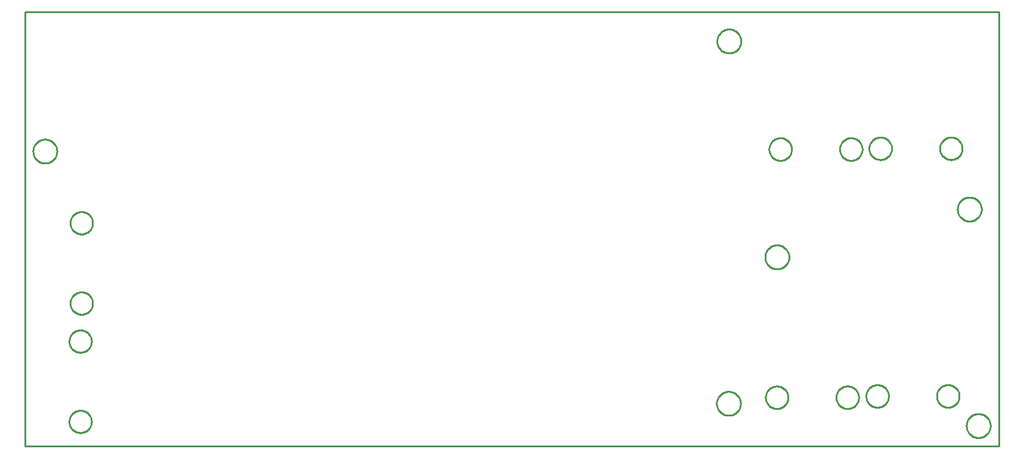
<source format=gbr>
G04 EAGLE Gerber X2 export*
%TF.Part,Single*%
%TF.FileFunction,Profile,NP*%
%TF.FilePolarity,Positive*%
%TF.GenerationSoftware,Autodesk,EAGLE,8.6.3*%
%TF.CreationDate,2018-07-14T15:56:02Z*%
G75*
%MOMM*%
%FSLAX34Y34*%
%LPD*%
%AMOC8*
5,1,8,0,0,1.08239X$1,22.5*%
G01*
%ADD10C,0.254000*%


D10*
X0Y200D02*
X1383200Y200D01*
X1383200Y618700D01*
X0Y618700D01*
X0Y200D01*
X1016700Y576143D02*
X1016627Y575033D01*
X1016482Y573929D01*
X1016265Y572838D01*
X1015977Y571763D01*
X1015619Y570709D01*
X1015193Y569680D01*
X1014701Y568682D01*
X1014144Y567718D01*
X1013526Y566793D01*
X1012848Y565910D01*
X1012114Y565073D01*
X1011327Y564286D01*
X1010490Y563552D01*
X1009607Y562874D01*
X1008682Y562256D01*
X1007718Y561699D01*
X1006720Y561207D01*
X1005691Y560781D01*
X1004637Y560423D01*
X1003562Y560135D01*
X1002471Y559918D01*
X1001367Y559773D01*
X1000257Y559700D01*
X999143Y559700D01*
X998033Y559773D01*
X996929Y559918D01*
X995838Y560135D01*
X994763Y560423D01*
X993709Y560781D01*
X992680Y561207D01*
X991682Y561699D01*
X990718Y562256D01*
X989793Y562874D01*
X988910Y563552D01*
X988073Y564286D01*
X987286Y565073D01*
X986552Y565910D01*
X985874Y566793D01*
X985256Y567718D01*
X984699Y568682D01*
X984207Y569680D01*
X983781Y570709D01*
X983423Y571763D01*
X983135Y572838D01*
X982918Y573929D01*
X982773Y575033D01*
X982700Y576143D01*
X982700Y577257D01*
X982773Y578367D01*
X982918Y579471D01*
X983135Y580562D01*
X983423Y581637D01*
X983781Y582691D01*
X984207Y583720D01*
X984699Y584718D01*
X985256Y585682D01*
X985874Y586607D01*
X986552Y587490D01*
X987286Y588327D01*
X988073Y589114D01*
X988910Y589848D01*
X989793Y590526D01*
X990718Y591144D01*
X991682Y591701D01*
X992680Y592193D01*
X993709Y592619D01*
X994763Y592977D01*
X995838Y593265D01*
X996929Y593482D01*
X998033Y593627D01*
X999143Y593700D01*
X1000257Y593700D01*
X1001367Y593627D01*
X1002471Y593482D01*
X1003562Y593265D01*
X1004637Y592977D01*
X1005691Y592619D01*
X1006720Y592193D01*
X1007718Y591701D01*
X1008682Y591144D01*
X1009607Y590526D01*
X1010490Y589848D01*
X1011327Y589114D01*
X1012114Y588327D01*
X1012848Y587490D01*
X1013526Y586607D01*
X1014144Y585682D01*
X1014701Y584718D01*
X1015193Y583720D01*
X1015619Y582691D01*
X1015977Y581637D01*
X1016265Y580562D01*
X1016482Y579471D01*
X1016627Y578367D01*
X1016700Y577257D01*
X1016700Y576143D01*
X1084900Y268843D02*
X1084827Y267733D01*
X1084682Y266629D01*
X1084465Y265538D01*
X1084177Y264463D01*
X1083819Y263409D01*
X1083393Y262380D01*
X1082901Y261382D01*
X1082344Y260418D01*
X1081726Y259493D01*
X1081048Y258610D01*
X1080314Y257773D01*
X1079527Y256986D01*
X1078690Y256252D01*
X1077807Y255574D01*
X1076882Y254956D01*
X1075918Y254399D01*
X1074920Y253907D01*
X1073891Y253481D01*
X1072837Y253123D01*
X1071762Y252835D01*
X1070671Y252618D01*
X1069567Y252473D01*
X1068457Y252400D01*
X1067343Y252400D01*
X1066233Y252473D01*
X1065129Y252618D01*
X1064038Y252835D01*
X1062963Y253123D01*
X1061909Y253481D01*
X1060880Y253907D01*
X1059882Y254399D01*
X1058918Y254956D01*
X1057993Y255574D01*
X1057110Y256252D01*
X1056273Y256986D01*
X1055486Y257773D01*
X1054752Y258610D01*
X1054074Y259493D01*
X1053456Y260418D01*
X1052899Y261382D01*
X1052407Y262380D01*
X1051981Y263409D01*
X1051623Y264463D01*
X1051335Y265538D01*
X1051118Y266629D01*
X1050973Y267733D01*
X1050900Y268843D01*
X1050900Y269957D01*
X1050973Y271067D01*
X1051118Y272171D01*
X1051335Y273262D01*
X1051623Y274337D01*
X1051981Y275391D01*
X1052407Y276420D01*
X1052899Y277418D01*
X1053456Y278382D01*
X1054074Y279307D01*
X1054752Y280190D01*
X1055486Y281027D01*
X1056273Y281814D01*
X1057110Y282548D01*
X1057993Y283226D01*
X1058918Y283844D01*
X1059882Y284401D01*
X1060880Y284893D01*
X1061909Y285319D01*
X1062963Y285677D01*
X1064038Y285965D01*
X1065129Y286182D01*
X1066233Y286327D01*
X1067343Y286400D01*
X1068457Y286400D01*
X1069567Y286327D01*
X1070671Y286182D01*
X1071762Y285965D01*
X1072837Y285677D01*
X1073891Y285319D01*
X1074920Y284893D01*
X1075918Y284401D01*
X1076882Y283844D01*
X1077807Y283226D01*
X1078690Y282548D01*
X1079527Y281814D01*
X1080314Y281027D01*
X1081048Y280190D01*
X1081726Y279307D01*
X1082344Y278382D01*
X1082901Y277418D01*
X1083393Y276420D01*
X1083819Y275391D01*
X1084177Y274337D01*
X1084465Y273262D01*
X1084682Y272171D01*
X1084827Y271067D01*
X1084900Y269957D01*
X1084900Y268843D01*
X1016100Y60443D02*
X1016027Y59333D01*
X1015882Y58229D01*
X1015665Y57138D01*
X1015377Y56063D01*
X1015019Y55009D01*
X1014593Y53980D01*
X1014101Y52982D01*
X1013544Y52018D01*
X1012926Y51093D01*
X1012248Y50210D01*
X1011514Y49373D01*
X1010727Y48586D01*
X1009890Y47852D01*
X1009007Y47174D01*
X1008082Y46556D01*
X1007118Y45999D01*
X1006120Y45507D01*
X1005091Y45081D01*
X1004037Y44723D01*
X1002962Y44435D01*
X1001871Y44218D01*
X1000767Y44073D01*
X999657Y44000D01*
X998543Y44000D01*
X997433Y44073D01*
X996329Y44218D01*
X995238Y44435D01*
X994163Y44723D01*
X993109Y45081D01*
X992080Y45507D01*
X991082Y45999D01*
X990118Y46556D01*
X989193Y47174D01*
X988310Y47852D01*
X987473Y48586D01*
X986686Y49373D01*
X985952Y50210D01*
X985274Y51093D01*
X984656Y52018D01*
X984099Y52982D01*
X983607Y53980D01*
X983181Y55009D01*
X982823Y56063D01*
X982535Y57138D01*
X982318Y58229D01*
X982173Y59333D01*
X982100Y60443D01*
X982100Y61557D01*
X982173Y62667D01*
X982318Y63771D01*
X982535Y64862D01*
X982823Y65937D01*
X983181Y66991D01*
X983607Y68020D01*
X984099Y69018D01*
X984656Y69982D01*
X985274Y70907D01*
X985952Y71790D01*
X986686Y72627D01*
X987473Y73414D01*
X988310Y74148D01*
X989193Y74826D01*
X990118Y75444D01*
X991082Y76001D01*
X992080Y76493D01*
X993109Y76919D01*
X994163Y77277D01*
X995238Y77565D01*
X996329Y77782D01*
X997433Y77927D01*
X998543Y78000D01*
X999657Y78000D01*
X1000767Y77927D01*
X1001871Y77782D01*
X1002962Y77565D01*
X1004037Y77277D01*
X1005091Y76919D01*
X1006120Y76493D01*
X1007118Y76001D01*
X1008082Y75444D01*
X1009007Y74826D01*
X1009890Y74148D01*
X1010727Y73414D01*
X1011514Y72627D01*
X1012248Y71790D01*
X1012926Y70907D01*
X1013544Y69982D01*
X1014101Y69018D01*
X1014593Y68020D01*
X1015019Y66991D01*
X1015377Y65937D01*
X1015665Y64862D01*
X1015882Y63771D01*
X1016027Y62667D01*
X1016100Y61557D01*
X1016100Y60443D01*
X1370900Y28743D02*
X1370827Y27633D01*
X1370682Y26529D01*
X1370465Y25438D01*
X1370177Y24363D01*
X1369819Y23309D01*
X1369393Y22280D01*
X1368901Y21282D01*
X1368344Y20318D01*
X1367726Y19393D01*
X1367048Y18510D01*
X1366314Y17673D01*
X1365527Y16886D01*
X1364690Y16152D01*
X1363807Y15474D01*
X1362882Y14856D01*
X1361918Y14299D01*
X1360920Y13807D01*
X1359891Y13381D01*
X1358837Y13023D01*
X1357762Y12735D01*
X1356671Y12518D01*
X1355567Y12373D01*
X1354457Y12300D01*
X1353343Y12300D01*
X1352233Y12373D01*
X1351129Y12518D01*
X1350038Y12735D01*
X1348963Y13023D01*
X1347909Y13381D01*
X1346880Y13807D01*
X1345882Y14299D01*
X1344918Y14856D01*
X1343993Y15474D01*
X1343110Y16152D01*
X1342273Y16886D01*
X1341486Y17673D01*
X1340752Y18510D01*
X1340074Y19393D01*
X1339456Y20318D01*
X1338899Y21282D01*
X1338407Y22280D01*
X1337981Y23309D01*
X1337623Y24363D01*
X1337335Y25438D01*
X1337118Y26529D01*
X1336973Y27633D01*
X1336900Y28743D01*
X1336900Y29857D01*
X1336973Y30967D01*
X1337118Y32071D01*
X1337335Y33162D01*
X1337623Y34237D01*
X1337981Y35291D01*
X1338407Y36320D01*
X1338899Y37318D01*
X1339456Y38282D01*
X1340074Y39207D01*
X1340752Y40090D01*
X1341486Y40927D01*
X1342273Y41714D01*
X1343110Y42448D01*
X1343993Y43126D01*
X1344918Y43744D01*
X1345882Y44301D01*
X1346880Y44793D01*
X1347909Y45219D01*
X1348963Y45577D01*
X1350038Y45865D01*
X1351129Y46082D01*
X1352233Y46227D01*
X1353343Y46300D01*
X1354457Y46300D01*
X1355567Y46227D01*
X1356671Y46082D01*
X1357762Y45865D01*
X1358837Y45577D01*
X1359891Y45219D01*
X1360920Y44793D01*
X1361918Y44301D01*
X1362882Y43744D01*
X1363807Y43126D01*
X1364690Y42448D01*
X1365527Y41714D01*
X1366314Y40927D01*
X1367048Y40090D01*
X1367726Y39207D01*
X1368344Y38282D01*
X1368901Y37318D01*
X1369393Y36320D01*
X1369819Y35291D01*
X1370177Y34237D01*
X1370465Y33162D01*
X1370682Y32071D01*
X1370827Y30967D01*
X1370900Y29857D01*
X1370900Y28743D01*
X45000Y419443D02*
X44927Y418333D01*
X44782Y417229D01*
X44565Y416138D01*
X44277Y415063D01*
X43919Y414009D01*
X43493Y412980D01*
X43001Y411982D01*
X42444Y411018D01*
X41826Y410093D01*
X41148Y409210D01*
X40414Y408373D01*
X39627Y407586D01*
X38790Y406852D01*
X37907Y406174D01*
X36982Y405556D01*
X36018Y404999D01*
X35020Y404507D01*
X33991Y404081D01*
X32937Y403723D01*
X31862Y403435D01*
X30771Y403218D01*
X29667Y403073D01*
X28557Y403000D01*
X27443Y403000D01*
X26333Y403073D01*
X25229Y403218D01*
X24138Y403435D01*
X23063Y403723D01*
X22009Y404081D01*
X20980Y404507D01*
X19982Y404999D01*
X19018Y405556D01*
X18093Y406174D01*
X17210Y406852D01*
X16373Y407586D01*
X15586Y408373D01*
X14852Y409210D01*
X14174Y410093D01*
X13556Y411018D01*
X12999Y411982D01*
X12507Y412980D01*
X12081Y414009D01*
X11723Y415063D01*
X11435Y416138D01*
X11218Y417229D01*
X11073Y418333D01*
X11000Y419443D01*
X11000Y420557D01*
X11073Y421667D01*
X11218Y422771D01*
X11435Y423862D01*
X11723Y424937D01*
X12081Y425991D01*
X12507Y427020D01*
X12999Y428018D01*
X13556Y428982D01*
X14174Y429907D01*
X14852Y430790D01*
X15586Y431627D01*
X16373Y432414D01*
X17210Y433148D01*
X18093Y433826D01*
X19018Y434444D01*
X19982Y435001D01*
X20980Y435493D01*
X22009Y435919D01*
X23063Y436277D01*
X24138Y436565D01*
X25229Y436782D01*
X26333Y436927D01*
X27443Y437000D01*
X28557Y437000D01*
X29667Y436927D01*
X30771Y436782D01*
X31862Y436565D01*
X32937Y436277D01*
X33991Y435919D01*
X35020Y435493D01*
X36018Y435001D01*
X36982Y434444D01*
X37907Y433826D01*
X38790Y433148D01*
X39627Y432414D01*
X40414Y431627D01*
X41148Y430790D01*
X41826Y429907D01*
X42444Y428982D01*
X43001Y428018D01*
X43493Y427020D01*
X43919Y425991D01*
X44277Y424937D01*
X44565Y423862D01*
X44782Y422771D01*
X44927Y421667D01*
X45000Y420557D01*
X45000Y419443D01*
X1358200Y336943D02*
X1358127Y335833D01*
X1357982Y334729D01*
X1357765Y333638D01*
X1357477Y332563D01*
X1357119Y331509D01*
X1356693Y330480D01*
X1356201Y329482D01*
X1355644Y328518D01*
X1355026Y327593D01*
X1354348Y326710D01*
X1353614Y325873D01*
X1352827Y325086D01*
X1351990Y324352D01*
X1351107Y323674D01*
X1350182Y323056D01*
X1349218Y322499D01*
X1348220Y322007D01*
X1347191Y321581D01*
X1346137Y321223D01*
X1345062Y320935D01*
X1343971Y320718D01*
X1342867Y320573D01*
X1341757Y320500D01*
X1340643Y320500D01*
X1339533Y320573D01*
X1338429Y320718D01*
X1337338Y320935D01*
X1336263Y321223D01*
X1335209Y321581D01*
X1334180Y322007D01*
X1333182Y322499D01*
X1332218Y323056D01*
X1331293Y323674D01*
X1330410Y324352D01*
X1329573Y325086D01*
X1328786Y325873D01*
X1328052Y326710D01*
X1327374Y327593D01*
X1326756Y328518D01*
X1326199Y329482D01*
X1325707Y330480D01*
X1325281Y331509D01*
X1324923Y332563D01*
X1324635Y333638D01*
X1324418Y334729D01*
X1324273Y335833D01*
X1324200Y336943D01*
X1324200Y338057D01*
X1324273Y339167D01*
X1324418Y340271D01*
X1324635Y341362D01*
X1324923Y342437D01*
X1325281Y343491D01*
X1325707Y344520D01*
X1326199Y345518D01*
X1326756Y346482D01*
X1327374Y347407D01*
X1328052Y348290D01*
X1328786Y349127D01*
X1329573Y349914D01*
X1330410Y350648D01*
X1331293Y351326D01*
X1332218Y351944D01*
X1333182Y352501D01*
X1334180Y352993D01*
X1335209Y353419D01*
X1336263Y353777D01*
X1337338Y354065D01*
X1338429Y354282D01*
X1339533Y354427D01*
X1340643Y354500D01*
X1341757Y354500D01*
X1342867Y354427D01*
X1343971Y354282D01*
X1345062Y354065D01*
X1346137Y353777D01*
X1347191Y353419D01*
X1348220Y352993D01*
X1349218Y352501D01*
X1350182Y351944D01*
X1351107Y351326D01*
X1351990Y350648D01*
X1352827Y349914D01*
X1353614Y349127D01*
X1354348Y348290D01*
X1355026Y347407D01*
X1355644Y346482D01*
X1356201Y345518D01*
X1356693Y344520D01*
X1357119Y343491D01*
X1357477Y342437D01*
X1357765Y341362D01*
X1357982Y340271D01*
X1358127Y339167D01*
X1358200Y338057D01*
X1358200Y336943D01*
X1016700Y576143D02*
X1016627Y575033D01*
X1016482Y573929D01*
X1016265Y572838D01*
X1015977Y571763D01*
X1015619Y570709D01*
X1015193Y569680D01*
X1014701Y568682D01*
X1014144Y567718D01*
X1013526Y566793D01*
X1012848Y565910D01*
X1012114Y565073D01*
X1011327Y564286D01*
X1010490Y563552D01*
X1009607Y562874D01*
X1008682Y562256D01*
X1007718Y561699D01*
X1006720Y561207D01*
X1005691Y560781D01*
X1004637Y560423D01*
X1003562Y560135D01*
X1002471Y559918D01*
X1001367Y559773D01*
X1000257Y559700D01*
X999143Y559700D01*
X998033Y559773D01*
X996929Y559918D01*
X995838Y560135D01*
X994763Y560423D01*
X993709Y560781D01*
X992680Y561207D01*
X991682Y561699D01*
X990718Y562256D01*
X989793Y562874D01*
X988910Y563552D01*
X988073Y564286D01*
X987286Y565073D01*
X986552Y565910D01*
X985874Y566793D01*
X985256Y567718D01*
X984699Y568682D01*
X984207Y569680D01*
X983781Y570709D01*
X983423Y571763D01*
X983135Y572838D01*
X982918Y573929D01*
X982773Y575033D01*
X982700Y576143D01*
X982700Y577257D01*
X982773Y578367D01*
X982918Y579471D01*
X983135Y580562D01*
X983423Y581637D01*
X983781Y582691D01*
X984207Y583720D01*
X984699Y584718D01*
X985256Y585682D01*
X985874Y586607D01*
X986552Y587490D01*
X987286Y588327D01*
X988073Y589114D01*
X988910Y589848D01*
X989793Y590526D01*
X990718Y591144D01*
X991682Y591701D01*
X992680Y592193D01*
X993709Y592619D01*
X994763Y592977D01*
X995838Y593265D01*
X996929Y593482D01*
X998033Y593627D01*
X999143Y593700D01*
X1000257Y593700D01*
X1001367Y593627D01*
X1002471Y593482D01*
X1003562Y593265D01*
X1004637Y592977D01*
X1005691Y592619D01*
X1006720Y592193D01*
X1007718Y591701D01*
X1008682Y591144D01*
X1009607Y590526D01*
X1010490Y589848D01*
X1011327Y589114D01*
X1012114Y588327D01*
X1012848Y587490D01*
X1013526Y586607D01*
X1014144Y585682D01*
X1014701Y584718D01*
X1015193Y583720D01*
X1015619Y582691D01*
X1015977Y581637D01*
X1016265Y580562D01*
X1016482Y579471D01*
X1016627Y578367D01*
X1016700Y577257D01*
X1016700Y576143D01*
X1084900Y268843D02*
X1084827Y267733D01*
X1084682Y266629D01*
X1084465Y265538D01*
X1084177Y264463D01*
X1083819Y263409D01*
X1083393Y262380D01*
X1082901Y261382D01*
X1082344Y260418D01*
X1081726Y259493D01*
X1081048Y258610D01*
X1080314Y257773D01*
X1079527Y256986D01*
X1078690Y256252D01*
X1077807Y255574D01*
X1076882Y254956D01*
X1075918Y254399D01*
X1074920Y253907D01*
X1073891Y253481D01*
X1072837Y253123D01*
X1071762Y252835D01*
X1070671Y252618D01*
X1069567Y252473D01*
X1068457Y252400D01*
X1067343Y252400D01*
X1066233Y252473D01*
X1065129Y252618D01*
X1064038Y252835D01*
X1062963Y253123D01*
X1061909Y253481D01*
X1060880Y253907D01*
X1059882Y254399D01*
X1058918Y254956D01*
X1057993Y255574D01*
X1057110Y256252D01*
X1056273Y256986D01*
X1055486Y257773D01*
X1054752Y258610D01*
X1054074Y259493D01*
X1053456Y260418D01*
X1052899Y261382D01*
X1052407Y262380D01*
X1051981Y263409D01*
X1051623Y264463D01*
X1051335Y265538D01*
X1051118Y266629D01*
X1050973Y267733D01*
X1050900Y268843D01*
X1050900Y269957D01*
X1050973Y271067D01*
X1051118Y272171D01*
X1051335Y273262D01*
X1051623Y274337D01*
X1051981Y275391D01*
X1052407Y276420D01*
X1052899Y277418D01*
X1053456Y278382D01*
X1054074Y279307D01*
X1054752Y280190D01*
X1055486Y281027D01*
X1056273Y281814D01*
X1057110Y282548D01*
X1057993Y283226D01*
X1058918Y283844D01*
X1059882Y284401D01*
X1060880Y284893D01*
X1061909Y285319D01*
X1062963Y285677D01*
X1064038Y285965D01*
X1065129Y286182D01*
X1066233Y286327D01*
X1067343Y286400D01*
X1068457Y286400D01*
X1069567Y286327D01*
X1070671Y286182D01*
X1071762Y285965D01*
X1072837Y285677D01*
X1073891Y285319D01*
X1074920Y284893D01*
X1075918Y284401D01*
X1076882Y283844D01*
X1077807Y283226D01*
X1078690Y282548D01*
X1079527Y281814D01*
X1080314Y281027D01*
X1081048Y280190D01*
X1081726Y279307D01*
X1082344Y278382D01*
X1082901Y277418D01*
X1083393Y276420D01*
X1083819Y275391D01*
X1084177Y274337D01*
X1084465Y273262D01*
X1084682Y272171D01*
X1084827Y271067D01*
X1084900Y269957D01*
X1084900Y268843D01*
X1016100Y60443D02*
X1016027Y59333D01*
X1015882Y58229D01*
X1015665Y57138D01*
X1015377Y56063D01*
X1015019Y55009D01*
X1014593Y53980D01*
X1014101Y52982D01*
X1013544Y52018D01*
X1012926Y51093D01*
X1012248Y50210D01*
X1011514Y49373D01*
X1010727Y48586D01*
X1009890Y47852D01*
X1009007Y47174D01*
X1008082Y46556D01*
X1007118Y45999D01*
X1006120Y45507D01*
X1005091Y45081D01*
X1004037Y44723D01*
X1002962Y44435D01*
X1001871Y44218D01*
X1000767Y44073D01*
X999657Y44000D01*
X998543Y44000D01*
X997433Y44073D01*
X996329Y44218D01*
X995238Y44435D01*
X994163Y44723D01*
X993109Y45081D01*
X992080Y45507D01*
X991082Y45999D01*
X990118Y46556D01*
X989193Y47174D01*
X988310Y47852D01*
X987473Y48586D01*
X986686Y49373D01*
X985952Y50210D01*
X985274Y51093D01*
X984656Y52018D01*
X984099Y52982D01*
X983607Y53980D01*
X983181Y55009D01*
X982823Y56063D01*
X982535Y57138D01*
X982318Y58229D01*
X982173Y59333D01*
X982100Y60443D01*
X982100Y61557D01*
X982173Y62667D01*
X982318Y63771D01*
X982535Y64862D01*
X982823Y65937D01*
X983181Y66991D01*
X983607Y68020D01*
X984099Y69018D01*
X984656Y69982D01*
X985274Y70907D01*
X985952Y71790D01*
X986686Y72627D01*
X987473Y73414D01*
X988310Y74148D01*
X989193Y74826D01*
X990118Y75444D01*
X991082Y76001D01*
X992080Y76493D01*
X993109Y76919D01*
X994163Y77277D01*
X995238Y77565D01*
X996329Y77782D01*
X997433Y77927D01*
X998543Y78000D01*
X999657Y78000D01*
X1000767Y77927D01*
X1001871Y77782D01*
X1002962Y77565D01*
X1004037Y77277D01*
X1005091Y76919D01*
X1006120Y76493D01*
X1007118Y76001D01*
X1008082Y75444D01*
X1009007Y74826D01*
X1009890Y74148D01*
X1010727Y73414D01*
X1011514Y72627D01*
X1012248Y71790D01*
X1012926Y70907D01*
X1013544Y69982D01*
X1014101Y69018D01*
X1014593Y68020D01*
X1015019Y66991D01*
X1015377Y65937D01*
X1015665Y64862D01*
X1015882Y63771D01*
X1016027Y62667D01*
X1016100Y61557D01*
X1016100Y60443D01*
X1370900Y28743D02*
X1370827Y27633D01*
X1370682Y26529D01*
X1370465Y25438D01*
X1370177Y24363D01*
X1369819Y23309D01*
X1369393Y22280D01*
X1368901Y21282D01*
X1368344Y20318D01*
X1367726Y19393D01*
X1367048Y18510D01*
X1366314Y17673D01*
X1365527Y16886D01*
X1364690Y16152D01*
X1363807Y15474D01*
X1362882Y14856D01*
X1361918Y14299D01*
X1360920Y13807D01*
X1359891Y13381D01*
X1358837Y13023D01*
X1357762Y12735D01*
X1356671Y12518D01*
X1355567Y12373D01*
X1354457Y12300D01*
X1353343Y12300D01*
X1352233Y12373D01*
X1351129Y12518D01*
X1350038Y12735D01*
X1348963Y13023D01*
X1347909Y13381D01*
X1346880Y13807D01*
X1345882Y14299D01*
X1344918Y14856D01*
X1343993Y15474D01*
X1343110Y16152D01*
X1342273Y16886D01*
X1341486Y17673D01*
X1340752Y18510D01*
X1340074Y19393D01*
X1339456Y20318D01*
X1338899Y21282D01*
X1338407Y22280D01*
X1337981Y23309D01*
X1337623Y24363D01*
X1337335Y25438D01*
X1337118Y26529D01*
X1336973Y27633D01*
X1336900Y28743D01*
X1336900Y29857D01*
X1336973Y30967D01*
X1337118Y32071D01*
X1337335Y33162D01*
X1337623Y34237D01*
X1337981Y35291D01*
X1338407Y36320D01*
X1338899Y37318D01*
X1339456Y38282D01*
X1340074Y39207D01*
X1340752Y40090D01*
X1341486Y40927D01*
X1342273Y41714D01*
X1343110Y42448D01*
X1343993Y43126D01*
X1344918Y43744D01*
X1345882Y44301D01*
X1346880Y44793D01*
X1347909Y45219D01*
X1348963Y45577D01*
X1350038Y45865D01*
X1351129Y46082D01*
X1352233Y46227D01*
X1353343Y46300D01*
X1354457Y46300D01*
X1355567Y46227D01*
X1356671Y46082D01*
X1357762Y45865D01*
X1358837Y45577D01*
X1359891Y45219D01*
X1360920Y44793D01*
X1361918Y44301D01*
X1362882Y43744D01*
X1363807Y43126D01*
X1364690Y42448D01*
X1365527Y41714D01*
X1366314Y40927D01*
X1367048Y40090D01*
X1367726Y39207D01*
X1368344Y38282D01*
X1368901Y37318D01*
X1369393Y36320D01*
X1369819Y35291D01*
X1370177Y34237D01*
X1370465Y33162D01*
X1370682Y32071D01*
X1370827Y30967D01*
X1370900Y29857D01*
X1370900Y28743D01*
X45000Y419443D02*
X44927Y418333D01*
X44782Y417229D01*
X44565Y416138D01*
X44277Y415063D01*
X43919Y414009D01*
X43493Y412980D01*
X43001Y411982D01*
X42444Y411018D01*
X41826Y410093D01*
X41148Y409210D01*
X40414Y408373D01*
X39627Y407586D01*
X38790Y406852D01*
X37907Y406174D01*
X36982Y405556D01*
X36018Y404999D01*
X35020Y404507D01*
X33991Y404081D01*
X32937Y403723D01*
X31862Y403435D01*
X30771Y403218D01*
X29667Y403073D01*
X28557Y403000D01*
X27443Y403000D01*
X26333Y403073D01*
X25229Y403218D01*
X24138Y403435D01*
X23063Y403723D01*
X22009Y404081D01*
X20980Y404507D01*
X19982Y404999D01*
X19018Y405556D01*
X18093Y406174D01*
X17210Y406852D01*
X16373Y407586D01*
X15586Y408373D01*
X14852Y409210D01*
X14174Y410093D01*
X13556Y411018D01*
X12999Y411982D01*
X12507Y412980D01*
X12081Y414009D01*
X11723Y415063D01*
X11435Y416138D01*
X11218Y417229D01*
X11073Y418333D01*
X11000Y419443D01*
X11000Y420557D01*
X11073Y421667D01*
X11218Y422771D01*
X11435Y423862D01*
X11723Y424937D01*
X12081Y425991D01*
X12507Y427020D01*
X12999Y428018D01*
X13556Y428982D01*
X14174Y429907D01*
X14852Y430790D01*
X15586Y431627D01*
X16373Y432414D01*
X17210Y433148D01*
X18093Y433826D01*
X19018Y434444D01*
X19982Y435001D01*
X20980Y435493D01*
X22009Y435919D01*
X23063Y436277D01*
X24138Y436565D01*
X25229Y436782D01*
X26333Y436927D01*
X27443Y437000D01*
X28557Y437000D01*
X29667Y436927D01*
X30771Y436782D01*
X31862Y436565D01*
X32937Y436277D01*
X33991Y435919D01*
X35020Y435493D01*
X36018Y435001D01*
X36982Y434444D01*
X37907Y433826D01*
X38790Y433148D01*
X39627Y432414D01*
X40414Y431627D01*
X41148Y430790D01*
X41826Y429907D01*
X42444Y428982D01*
X43001Y428018D01*
X43493Y427020D01*
X43919Y425991D01*
X44277Y424937D01*
X44565Y423862D01*
X44782Y422771D01*
X44927Y421667D01*
X45000Y420557D01*
X45000Y419443D01*
X1358200Y336943D02*
X1358127Y335833D01*
X1357982Y334729D01*
X1357765Y333638D01*
X1357477Y332563D01*
X1357119Y331509D01*
X1356693Y330480D01*
X1356201Y329482D01*
X1355644Y328518D01*
X1355026Y327593D01*
X1354348Y326710D01*
X1353614Y325873D01*
X1352827Y325086D01*
X1351990Y324352D01*
X1351107Y323674D01*
X1350182Y323056D01*
X1349218Y322499D01*
X1348220Y322007D01*
X1347191Y321581D01*
X1346137Y321223D01*
X1345062Y320935D01*
X1343971Y320718D01*
X1342867Y320573D01*
X1341757Y320500D01*
X1340643Y320500D01*
X1339533Y320573D01*
X1338429Y320718D01*
X1337338Y320935D01*
X1336263Y321223D01*
X1335209Y321581D01*
X1334180Y322007D01*
X1333182Y322499D01*
X1332218Y323056D01*
X1331293Y323674D01*
X1330410Y324352D01*
X1329573Y325086D01*
X1328786Y325873D01*
X1328052Y326710D01*
X1327374Y327593D01*
X1326756Y328518D01*
X1326199Y329482D01*
X1325707Y330480D01*
X1325281Y331509D01*
X1324923Y332563D01*
X1324635Y333638D01*
X1324418Y334729D01*
X1324273Y335833D01*
X1324200Y336943D01*
X1324200Y338057D01*
X1324273Y339167D01*
X1324418Y340271D01*
X1324635Y341362D01*
X1324923Y342437D01*
X1325281Y343491D01*
X1325707Y344520D01*
X1326199Y345518D01*
X1326756Y346482D01*
X1327374Y347407D01*
X1328052Y348290D01*
X1328786Y349127D01*
X1329573Y349914D01*
X1330410Y350648D01*
X1331293Y351326D01*
X1332218Y351944D01*
X1333182Y352501D01*
X1334180Y352993D01*
X1335209Y353419D01*
X1336263Y353777D01*
X1337338Y354065D01*
X1338429Y354282D01*
X1339533Y354427D01*
X1340643Y354500D01*
X1341757Y354500D01*
X1342867Y354427D01*
X1343971Y354282D01*
X1345062Y354065D01*
X1346137Y353777D01*
X1347191Y353419D01*
X1348220Y352993D01*
X1349218Y352501D01*
X1350182Y351944D01*
X1351107Y351326D01*
X1351990Y350648D01*
X1352827Y349914D01*
X1353614Y349127D01*
X1354348Y348290D01*
X1355026Y347407D01*
X1355644Y346482D01*
X1356201Y345518D01*
X1356693Y344520D01*
X1357119Y343491D01*
X1357477Y342437D01*
X1357765Y341362D01*
X1357982Y340271D01*
X1358127Y339167D01*
X1358200Y338057D01*
X1358200Y336943D01*
X77680Y133625D02*
X76643Y133693D01*
X75613Y133829D01*
X74593Y134031D01*
X73589Y134300D01*
X72605Y134635D01*
X71645Y135032D01*
X70713Y135492D01*
X69812Y136012D01*
X68948Y136589D01*
X68124Y137222D01*
X67342Y137907D01*
X66607Y138642D01*
X65922Y139424D01*
X65289Y140248D01*
X64712Y141112D01*
X64192Y142013D01*
X63732Y142945D01*
X63335Y143905D01*
X63000Y144889D01*
X62731Y145893D01*
X62529Y146913D01*
X62393Y147943D01*
X62325Y148980D01*
X62325Y150020D01*
X62393Y151057D01*
X62529Y152087D01*
X62731Y153107D01*
X63000Y154111D01*
X63335Y155095D01*
X63732Y156055D01*
X64192Y156987D01*
X64712Y157888D01*
X65289Y158752D01*
X65922Y159576D01*
X66607Y160358D01*
X67342Y161093D01*
X68124Y161778D01*
X68948Y162411D01*
X69812Y162988D01*
X70713Y163508D01*
X71645Y163968D01*
X72605Y164365D01*
X73589Y164700D01*
X74593Y164969D01*
X75613Y165171D01*
X76643Y165307D01*
X77680Y165375D01*
X78720Y165375D01*
X79757Y165307D01*
X80787Y165171D01*
X81807Y164969D01*
X82811Y164700D01*
X83795Y164365D01*
X84755Y163968D01*
X85687Y163508D01*
X86588Y162988D01*
X87452Y162411D01*
X88276Y161778D01*
X89058Y161093D01*
X89793Y160358D01*
X90478Y159576D01*
X91111Y158752D01*
X91688Y157888D01*
X92208Y156987D01*
X92668Y156055D01*
X93065Y155095D01*
X93400Y154111D01*
X93669Y153107D01*
X93871Y152087D01*
X94007Y151057D01*
X94075Y150020D01*
X94075Y148980D01*
X94007Y147943D01*
X93871Y146913D01*
X93669Y145893D01*
X93400Y144889D01*
X93065Y143905D01*
X92668Y142945D01*
X92208Y142013D01*
X91688Y141112D01*
X91111Y140248D01*
X90478Y139424D01*
X89793Y138642D01*
X89058Y137907D01*
X88276Y137222D01*
X87452Y136589D01*
X86588Y136012D01*
X85687Y135492D01*
X84755Y135032D01*
X83795Y134635D01*
X82811Y134300D01*
X81807Y134031D01*
X80787Y133829D01*
X79757Y133693D01*
X78720Y133625D01*
X77680Y133625D01*
X77680Y19325D02*
X76643Y19393D01*
X75613Y19529D01*
X74593Y19731D01*
X73589Y20000D01*
X72605Y20335D01*
X71645Y20732D01*
X70713Y21192D01*
X69812Y21712D01*
X68948Y22289D01*
X68124Y22922D01*
X67342Y23607D01*
X66607Y24342D01*
X65922Y25124D01*
X65289Y25948D01*
X64712Y26812D01*
X64192Y27713D01*
X63732Y28645D01*
X63335Y29605D01*
X63000Y30589D01*
X62731Y31593D01*
X62529Y32613D01*
X62393Y33643D01*
X62325Y34680D01*
X62325Y35720D01*
X62393Y36757D01*
X62529Y37787D01*
X62731Y38807D01*
X63000Y39811D01*
X63335Y40795D01*
X63732Y41755D01*
X64192Y42687D01*
X64712Y43588D01*
X65289Y44452D01*
X65922Y45276D01*
X66607Y46058D01*
X67342Y46793D01*
X68124Y47478D01*
X68948Y48111D01*
X69812Y48688D01*
X70713Y49208D01*
X71645Y49668D01*
X72605Y50065D01*
X73589Y50400D01*
X74593Y50669D01*
X75613Y50871D01*
X76643Y51007D01*
X77680Y51075D01*
X78720Y51075D01*
X79757Y51007D01*
X80787Y50871D01*
X81807Y50669D01*
X82811Y50400D01*
X83795Y50065D01*
X84755Y49668D01*
X85687Y49208D01*
X86588Y48688D01*
X87452Y48111D01*
X88276Y47478D01*
X89058Y46793D01*
X89793Y46058D01*
X90478Y45276D01*
X91111Y44452D01*
X91688Y43588D01*
X92208Y42687D01*
X92668Y41755D01*
X93065Y40795D01*
X93400Y39811D01*
X93669Y38807D01*
X93871Y37787D01*
X94007Y36757D01*
X94075Y35720D01*
X94075Y34680D01*
X94007Y33643D01*
X93871Y32613D01*
X93669Y31593D01*
X93400Y30589D01*
X93065Y29605D01*
X92668Y28645D01*
X92208Y27713D01*
X91688Y26812D01*
X91111Y25948D01*
X90478Y25124D01*
X89793Y24342D01*
X89058Y23607D01*
X88276Y22922D01*
X87452Y22289D01*
X86588Y21712D01*
X85687Y21192D01*
X84755Y20732D01*
X83795Y20335D01*
X82811Y20000D01*
X81807Y19731D01*
X80787Y19529D01*
X79757Y19393D01*
X78720Y19325D01*
X77680Y19325D01*
X79280Y302025D02*
X78243Y302093D01*
X77213Y302229D01*
X76193Y302431D01*
X75189Y302700D01*
X74205Y303035D01*
X73245Y303432D01*
X72313Y303892D01*
X71412Y304412D01*
X70548Y304989D01*
X69724Y305622D01*
X68942Y306307D01*
X68207Y307042D01*
X67522Y307824D01*
X66889Y308648D01*
X66312Y309512D01*
X65792Y310413D01*
X65332Y311345D01*
X64935Y312305D01*
X64600Y313289D01*
X64331Y314293D01*
X64129Y315313D01*
X63993Y316343D01*
X63925Y317380D01*
X63925Y318420D01*
X63993Y319457D01*
X64129Y320487D01*
X64331Y321507D01*
X64600Y322511D01*
X64935Y323495D01*
X65332Y324455D01*
X65792Y325387D01*
X66312Y326288D01*
X66889Y327152D01*
X67522Y327976D01*
X68207Y328758D01*
X68942Y329493D01*
X69724Y330178D01*
X70548Y330811D01*
X71412Y331388D01*
X72313Y331908D01*
X73245Y332368D01*
X74205Y332765D01*
X75189Y333100D01*
X76193Y333369D01*
X77213Y333571D01*
X78243Y333707D01*
X79280Y333775D01*
X80320Y333775D01*
X81357Y333707D01*
X82387Y333571D01*
X83407Y333369D01*
X84411Y333100D01*
X85395Y332765D01*
X86355Y332368D01*
X87287Y331908D01*
X88188Y331388D01*
X89052Y330811D01*
X89876Y330178D01*
X90658Y329493D01*
X91393Y328758D01*
X92078Y327976D01*
X92711Y327152D01*
X93288Y326288D01*
X93808Y325387D01*
X94268Y324455D01*
X94665Y323495D01*
X95000Y322511D01*
X95269Y321507D01*
X95471Y320487D01*
X95607Y319457D01*
X95675Y318420D01*
X95675Y317380D01*
X95607Y316343D01*
X95471Y315313D01*
X95269Y314293D01*
X95000Y313289D01*
X94665Y312305D01*
X94268Y311345D01*
X93808Y310413D01*
X93288Y309512D01*
X92711Y308648D01*
X92078Y307824D01*
X91393Y307042D01*
X90658Y306307D01*
X89876Y305622D01*
X89052Y304989D01*
X88188Y304412D01*
X87287Y303892D01*
X86355Y303432D01*
X85395Y303035D01*
X84411Y302700D01*
X83407Y302431D01*
X82387Y302229D01*
X81357Y302093D01*
X80320Y302025D01*
X79280Y302025D01*
X79280Y187725D02*
X78243Y187793D01*
X77213Y187929D01*
X76193Y188131D01*
X75189Y188400D01*
X74205Y188735D01*
X73245Y189132D01*
X72313Y189592D01*
X71412Y190112D01*
X70548Y190689D01*
X69724Y191322D01*
X68942Y192007D01*
X68207Y192742D01*
X67522Y193524D01*
X66889Y194348D01*
X66312Y195212D01*
X65792Y196113D01*
X65332Y197045D01*
X64935Y198005D01*
X64600Y198989D01*
X64331Y199993D01*
X64129Y201013D01*
X63993Y202043D01*
X63925Y203080D01*
X63925Y204120D01*
X63993Y205157D01*
X64129Y206187D01*
X64331Y207207D01*
X64600Y208211D01*
X64935Y209195D01*
X65332Y210155D01*
X65792Y211087D01*
X66312Y211988D01*
X66889Y212852D01*
X67522Y213676D01*
X68207Y214458D01*
X68942Y215193D01*
X69724Y215878D01*
X70548Y216511D01*
X71412Y217088D01*
X72313Y217608D01*
X73245Y218068D01*
X74205Y218465D01*
X75189Y218800D01*
X76193Y219069D01*
X77213Y219271D01*
X78243Y219407D01*
X79280Y219475D01*
X80320Y219475D01*
X81357Y219407D01*
X82387Y219271D01*
X83407Y219069D01*
X84411Y218800D01*
X85395Y218465D01*
X86355Y218068D01*
X87287Y217608D01*
X88188Y217088D01*
X89052Y216511D01*
X89876Y215878D01*
X90658Y215193D01*
X91393Y214458D01*
X92078Y213676D01*
X92711Y212852D01*
X93288Y211988D01*
X93808Y211087D01*
X94268Y210155D01*
X94665Y209195D01*
X95000Y208211D01*
X95269Y207207D01*
X95471Y206187D01*
X95607Y205157D01*
X95675Y204120D01*
X95675Y203080D01*
X95607Y202043D01*
X95471Y201013D01*
X95269Y199993D01*
X95000Y198989D01*
X94665Y198005D01*
X94268Y197045D01*
X93808Y196113D01*
X93288Y195212D01*
X92711Y194348D01*
X92078Y193524D01*
X91393Y192742D01*
X90658Y192007D01*
X89876Y191322D01*
X89052Y190689D01*
X88188Y190112D01*
X87287Y189592D01*
X86355Y189132D01*
X85395Y188735D01*
X84411Y188400D01*
X83407Y188131D01*
X82387Y187929D01*
X81357Y187793D01*
X80320Y187725D01*
X79280Y187725D01*
X1088610Y422376D02*
X1088542Y421331D01*
X1088405Y420292D01*
X1088200Y419265D01*
X1087929Y418253D01*
X1087593Y417261D01*
X1087192Y416293D01*
X1086728Y415354D01*
X1086205Y414446D01*
X1085623Y413575D01*
X1084985Y412744D01*
X1084294Y411957D01*
X1083553Y411216D01*
X1082766Y410525D01*
X1081935Y409888D01*
X1081064Y409306D01*
X1080156Y408782D01*
X1079217Y408318D01*
X1078249Y407917D01*
X1077257Y407581D01*
X1076245Y407310D01*
X1075218Y407105D01*
X1074179Y406969D01*
X1073134Y406900D01*
X1072086Y406900D01*
X1071041Y406969D01*
X1070002Y407105D01*
X1068975Y407310D01*
X1067963Y407581D01*
X1066971Y407917D01*
X1066003Y408318D01*
X1065064Y408782D01*
X1064156Y409306D01*
X1063285Y409888D01*
X1062454Y410525D01*
X1061667Y411216D01*
X1060926Y411957D01*
X1060235Y412744D01*
X1059598Y413575D01*
X1059016Y414446D01*
X1058492Y415354D01*
X1058028Y416293D01*
X1057627Y417261D01*
X1057291Y418253D01*
X1057020Y419265D01*
X1056815Y420292D01*
X1056679Y421331D01*
X1056610Y422376D01*
X1056610Y423424D01*
X1056679Y424469D01*
X1056815Y425508D01*
X1057020Y426535D01*
X1057291Y427547D01*
X1057627Y428539D01*
X1058028Y429507D01*
X1058492Y430446D01*
X1059016Y431354D01*
X1059598Y432225D01*
X1060235Y433056D01*
X1060926Y433843D01*
X1061667Y434584D01*
X1062454Y435275D01*
X1063285Y435913D01*
X1064156Y436495D01*
X1065064Y437018D01*
X1066003Y437482D01*
X1066971Y437883D01*
X1067963Y438219D01*
X1068975Y438490D01*
X1070002Y438695D01*
X1071041Y438832D01*
X1072086Y438900D01*
X1073134Y438900D01*
X1074179Y438832D01*
X1075218Y438695D01*
X1076245Y438490D01*
X1077257Y438219D01*
X1078249Y437883D01*
X1079217Y437482D01*
X1080156Y437018D01*
X1081064Y436495D01*
X1081935Y435913D01*
X1082766Y435275D01*
X1083553Y434584D01*
X1084294Y433843D01*
X1084985Y433056D01*
X1085623Y432225D01*
X1086205Y431354D01*
X1086728Y430446D01*
X1087192Y429507D01*
X1087593Y428539D01*
X1087929Y427547D01*
X1088200Y426535D01*
X1088405Y425508D01*
X1088542Y424469D01*
X1088610Y423424D01*
X1088610Y422376D01*
X1188890Y422376D02*
X1188822Y421331D01*
X1188685Y420292D01*
X1188480Y419265D01*
X1188209Y418253D01*
X1187873Y417261D01*
X1187472Y416293D01*
X1187008Y415354D01*
X1186485Y414446D01*
X1185903Y413575D01*
X1185265Y412744D01*
X1184574Y411957D01*
X1183833Y411216D01*
X1183046Y410525D01*
X1182215Y409888D01*
X1181344Y409306D01*
X1180436Y408782D01*
X1179497Y408318D01*
X1178529Y407917D01*
X1177537Y407581D01*
X1176525Y407310D01*
X1175498Y407105D01*
X1174459Y406969D01*
X1173414Y406900D01*
X1172366Y406900D01*
X1171321Y406969D01*
X1170282Y407105D01*
X1169255Y407310D01*
X1168243Y407581D01*
X1167251Y407917D01*
X1166283Y408318D01*
X1165344Y408782D01*
X1164436Y409306D01*
X1163565Y409888D01*
X1162734Y410525D01*
X1161947Y411216D01*
X1161206Y411957D01*
X1160515Y412744D01*
X1159878Y413575D01*
X1159296Y414446D01*
X1158772Y415354D01*
X1158308Y416293D01*
X1157907Y417261D01*
X1157571Y418253D01*
X1157300Y419265D01*
X1157095Y420292D01*
X1156959Y421331D01*
X1156890Y422376D01*
X1156890Y423424D01*
X1156959Y424469D01*
X1157095Y425508D01*
X1157300Y426535D01*
X1157571Y427547D01*
X1157907Y428539D01*
X1158308Y429507D01*
X1158772Y430446D01*
X1159296Y431354D01*
X1159878Y432225D01*
X1160515Y433056D01*
X1161206Y433843D01*
X1161947Y434584D01*
X1162734Y435275D01*
X1163565Y435913D01*
X1164436Y436495D01*
X1165344Y437018D01*
X1166283Y437482D01*
X1167251Y437883D01*
X1168243Y438219D01*
X1169255Y438490D01*
X1170282Y438695D01*
X1171321Y438832D01*
X1172366Y438900D01*
X1173414Y438900D01*
X1174459Y438832D01*
X1175498Y438695D01*
X1176525Y438490D01*
X1177537Y438219D01*
X1178529Y437883D01*
X1179497Y437482D01*
X1180436Y437018D01*
X1181344Y436495D01*
X1182215Y435913D01*
X1183046Y435275D01*
X1183833Y434584D01*
X1184574Y433843D01*
X1185265Y433056D01*
X1185903Y432225D01*
X1186485Y431354D01*
X1187008Y430446D01*
X1187472Y429507D01*
X1187873Y428539D01*
X1188209Y427547D01*
X1188480Y426535D01*
X1188685Y425508D01*
X1188822Y424469D01*
X1188890Y423424D01*
X1188890Y422376D01*
X1230710Y423476D02*
X1230642Y422431D01*
X1230505Y421392D01*
X1230300Y420365D01*
X1230029Y419353D01*
X1229693Y418361D01*
X1229292Y417393D01*
X1228828Y416454D01*
X1228305Y415546D01*
X1227723Y414675D01*
X1227085Y413844D01*
X1226394Y413057D01*
X1225653Y412316D01*
X1224866Y411625D01*
X1224035Y410988D01*
X1223164Y410406D01*
X1222256Y409882D01*
X1221317Y409418D01*
X1220349Y409017D01*
X1219357Y408681D01*
X1218345Y408410D01*
X1217318Y408205D01*
X1216279Y408069D01*
X1215234Y408000D01*
X1214186Y408000D01*
X1213141Y408069D01*
X1212102Y408205D01*
X1211075Y408410D01*
X1210063Y408681D01*
X1209071Y409017D01*
X1208103Y409418D01*
X1207164Y409882D01*
X1206256Y410406D01*
X1205385Y410988D01*
X1204554Y411625D01*
X1203767Y412316D01*
X1203026Y413057D01*
X1202335Y413844D01*
X1201698Y414675D01*
X1201116Y415546D01*
X1200592Y416454D01*
X1200128Y417393D01*
X1199727Y418361D01*
X1199391Y419353D01*
X1199120Y420365D01*
X1198915Y421392D01*
X1198779Y422431D01*
X1198710Y423476D01*
X1198710Y424524D01*
X1198779Y425569D01*
X1198915Y426608D01*
X1199120Y427635D01*
X1199391Y428647D01*
X1199727Y429639D01*
X1200128Y430607D01*
X1200592Y431546D01*
X1201116Y432454D01*
X1201698Y433325D01*
X1202335Y434156D01*
X1203026Y434943D01*
X1203767Y435684D01*
X1204554Y436375D01*
X1205385Y437013D01*
X1206256Y437595D01*
X1207164Y438118D01*
X1208103Y438582D01*
X1209071Y438983D01*
X1210063Y439319D01*
X1211075Y439590D01*
X1212102Y439795D01*
X1213141Y439932D01*
X1214186Y440000D01*
X1215234Y440000D01*
X1216279Y439932D01*
X1217318Y439795D01*
X1218345Y439590D01*
X1219357Y439319D01*
X1220349Y438983D01*
X1221317Y438582D01*
X1222256Y438118D01*
X1223164Y437595D01*
X1224035Y437013D01*
X1224866Y436375D01*
X1225653Y435684D01*
X1226394Y434943D01*
X1227085Y434156D01*
X1227723Y433325D01*
X1228305Y432454D01*
X1228828Y431546D01*
X1229292Y430607D01*
X1229693Y429639D01*
X1230029Y428647D01*
X1230300Y427635D01*
X1230505Y426608D01*
X1230642Y425569D01*
X1230710Y424524D01*
X1230710Y423476D01*
X1330990Y423476D02*
X1330922Y422431D01*
X1330785Y421392D01*
X1330580Y420365D01*
X1330309Y419353D01*
X1329973Y418361D01*
X1329572Y417393D01*
X1329108Y416454D01*
X1328585Y415546D01*
X1328003Y414675D01*
X1327365Y413844D01*
X1326674Y413057D01*
X1325933Y412316D01*
X1325146Y411625D01*
X1324315Y410988D01*
X1323444Y410406D01*
X1322536Y409882D01*
X1321597Y409418D01*
X1320629Y409017D01*
X1319637Y408681D01*
X1318625Y408410D01*
X1317598Y408205D01*
X1316559Y408069D01*
X1315514Y408000D01*
X1314466Y408000D01*
X1313421Y408069D01*
X1312382Y408205D01*
X1311355Y408410D01*
X1310343Y408681D01*
X1309351Y409017D01*
X1308383Y409418D01*
X1307444Y409882D01*
X1306536Y410406D01*
X1305665Y410988D01*
X1304834Y411625D01*
X1304047Y412316D01*
X1303306Y413057D01*
X1302615Y413844D01*
X1301978Y414675D01*
X1301396Y415546D01*
X1300872Y416454D01*
X1300408Y417393D01*
X1300007Y418361D01*
X1299671Y419353D01*
X1299400Y420365D01*
X1299195Y421392D01*
X1299059Y422431D01*
X1298990Y423476D01*
X1298990Y424524D01*
X1299059Y425569D01*
X1299195Y426608D01*
X1299400Y427635D01*
X1299671Y428647D01*
X1300007Y429639D01*
X1300408Y430607D01*
X1300872Y431546D01*
X1301396Y432454D01*
X1301978Y433325D01*
X1302615Y434156D01*
X1303306Y434943D01*
X1304047Y435684D01*
X1304834Y436375D01*
X1305665Y437013D01*
X1306536Y437595D01*
X1307444Y438118D01*
X1308383Y438582D01*
X1309351Y438983D01*
X1310343Y439319D01*
X1311355Y439590D01*
X1312382Y439795D01*
X1313421Y439932D01*
X1314466Y440000D01*
X1315514Y440000D01*
X1316559Y439932D01*
X1317598Y439795D01*
X1318625Y439590D01*
X1319637Y439319D01*
X1320629Y438983D01*
X1321597Y438582D01*
X1322536Y438118D01*
X1323444Y437595D01*
X1324315Y437013D01*
X1325146Y436375D01*
X1325933Y435684D01*
X1326674Y434943D01*
X1327365Y434156D01*
X1328003Y433325D01*
X1328585Y432454D01*
X1329108Y431546D01*
X1329572Y430607D01*
X1329973Y429639D01*
X1330309Y428647D01*
X1330580Y427635D01*
X1330785Y426608D01*
X1330922Y425569D01*
X1330990Y424524D01*
X1330990Y423476D01*
X1226410Y70976D02*
X1226342Y69931D01*
X1226205Y68892D01*
X1226000Y67865D01*
X1225729Y66853D01*
X1225393Y65861D01*
X1224992Y64893D01*
X1224528Y63954D01*
X1224005Y63046D01*
X1223423Y62175D01*
X1222785Y61344D01*
X1222094Y60557D01*
X1221353Y59816D01*
X1220566Y59125D01*
X1219735Y58488D01*
X1218864Y57906D01*
X1217956Y57382D01*
X1217017Y56918D01*
X1216049Y56517D01*
X1215057Y56181D01*
X1214045Y55910D01*
X1213018Y55705D01*
X1211979Y55569D01*
X1210934Y55500D01*
X1209886Y55500D01*
X1208841Y55569D01*
X1207802Y55705D01*
X1206775Y55910D01*
X1205763Y56181D01*
X1204771Y56517D01*
X1203803Y56918D01*
X1202864Y57382D01*
X1201956Y57906D01*
X1201085Y58488D01*
X1200254Y59125D01*
X1199467Y59816D01*
X1198726Y60557D01*
X1198035Y61344D01*
X1197398Y62175D01*
X1196816Y63046D01*
X1196292Y63954D01*
X1195828Y64893D01*
X1195427Y65861D01*
X1195091Y66853D01*
X1194820Y67865D01*
X1194615Y68892D01*
X1194479Y69931D01*
X1194410Y70976D01*
X1194410Y72024D01*
X1194479Y73069D01*
X1194615Y74108D01*
X1194820Y75135D01*
X1195091Y76147D01*
X1195427Y77139D01*
X1195828Y78107D01*
X1196292Y79046D01*
X1196816Y79954D01*
X1197398Y80825D01*
X1198035Y81656D01*
X1198726Y82443D01*
X1199467Y83184D01*
X1200254Y83875D01*
X1201085Y84513D01*
X1201956Y85095D01*
X1202864Y85618D01*
X1203803Y86082D01*
X1204771Y86483D01*
X1205763Y86819D01*
X1206775Y87090D01*
X1207802Y87295D01*
X1208841Y87432D01*
X1209886Y87500D01*
X1210934Y87500D01*
X1211979Y87432D01*
X1213018Y87295D01*
X1214045Y87090D01*
X1215057Y86819D01*
X1216049Y86483D01*
X1217017Y86082D01*
X1217956Y85618D01*
X1218864Y85095D01*
X1219735Y84513D01*
X1220566Y83875D01*
X1221353Y83184D01*
X1222094Y82443D01*
X1222785Y81656D01*
X1223423Y80825D01*
X1224005Y79954D01*
X1224528Y79046D01*
X1224992Y78107D01*
X1225393Y77139D01*
X1225729Y76147D01*
X1226000Y75135D01*
X1226205Y74108D01*
X1226342Y73069D01*
X1226410Y72024D01*
X1226410Y70976D01*
X1326690Y70976D02*
X1326622Y69931D01*
X1326485Y68892D01*
X1326280Y67865D01*
X1326009Y66853D01*
X1325673Y65861D01*
X1325272Y64893D01*
X1324808Y63954D01*
X1324285Y63046D01*
X1323703Y62175D01*
X1323065Y61344D01*
X1322374Y60557D01*
X1321633Y59816D01*
X1320846Y59125D01*
X1320015Y58488D01*
X1319144Y57906D01*
X1318236Y57382D01*
X1317297Y56918D01*
X1316329Y56517D01*
X1315337Y56181D01*
X1314325Y55910D01*
X1313298Y55705D01*
X1312259Y55569D01*
X1311214Y55500D01*
X1310166Y55500D01*
X1309121Y55569D01*
X1308082Y55705D01*
X1307055Y55910D01*
X1306043Y56181D01*
X1305051Y56517D01*
X1304083Y56918D01*
X1303144Y57382D01*
X1302236Y57906D01*
X1301365Y58488D01*
X1300534Y59125D01*
X1299747Y59816D01*
X1299006Y60557D01*
X1298315Y61344D01*
X1297678Y62175D01*
X1297096Y63046D01*
X1296572Y63954D01*
X1296108Y64893D01*
X1295707Y65861D01*
X1295371Y66853D01*
X1295100Y67865D01*
X1294895Y68892D01*
X1294759Y69931D01*
X1294690Y70976D01*
X1294690Y72024D01*
X1294759Y73069D01*
X1294895Y74108D01*
X1295100Y75135D01*
X1295371Y76147D01*
X1295707Y77139D01*
X1296108Y78107D01*
X1296572Y79046D01*
X1297096Y79954D01*
X1297678Y80825D01*
X1298315Y81656D01*
X1299006Y82443D01*
X1299747Y83184D01*
X1300534Y83875D01*
X1301365Y84513D01*
X1302236Y85095D01*
X1303144Y85618D01*
X1304083Y86082D01*
X1305051Y86483D01*
X1306043Y86819D01*
X1307055Y87090D01*
X1308082Y87295D01*
X1309121Y87432D01*
X1310166Y87500D01*
X1311214Y87500D01*
X1312259Y87432D01*
X1313298Y87295D01*
X1314325Y87090D01*
X1315337Y86819D01*
X1316329Y86483D01*
X1317297Y86082D01*
X1318236Y85618D01*
X1319144Y85095D01*
X1320015Y84513D01*
X1320846Y83875D01*
X1321633Y83184D01*
X1322374Y82443D01*
X1323065Y81656D01*
X1323703Y80825D01*
X1324285Y79954D01*
X1324808Y79046D01*
X1325272Y78107D01*
X1325673Y77139D01*
X1326009Y76147D01*
X1326280Y75135D01*
X1326485Y74108D01*
X1326622Y73069D01*
X1326690Y72024D01*
X1326690Y70976D01*
X1083610Y69076D02*
X1083542Y68031D01*
X1083405Y66992D01*
X1083200Y65965D01*
X1082929Y64953D01*
X1082593Y63961D01*
X1082192Y62993D01*
X1081728Y62054D01*
X1081205Y61146D01*
X1080623Y60275D01*
X1079985Y59444D01*
X1079294Y58657D01*
X1078553Y57916D01*
X1077766Y57225D01*
X1076935Y56588D01*
X1076064Y56006D01*
X1075156Y55482D01*
X1074217Y55018D01*
X1073249Y54617D01*
X1072257Y54281D01*
X1071245Y54010D01*
X1070218Y53805D01*
X1069179Y53669D01*
X1068134Y53600D01*
X1067086Y53600D01*
X1066041Y53669D01*
X1065002Y53805D01*
X1063975Y54010D01*
X1062963Y54281D01*
X1061971Y54617D01*
X1061003Y55018D01*
X1060064Y55482D01*
X1059156Y56006D01*
X1058285Y56588D01*
X1057454Y57225D01*
X1056667Y57916D01*
X1055926Y58657D01*
X1055235Y59444D01*
X1054598Y60275D01*
X1054016Y61146D01*
X1053492Y62054D01*
X1053028Y62993D01*
X1052627Y63961D01*
X1052291Y64953D01*
X1052020Y65965D01*
X1051815Y66992D01*
X1051679Y68031D01*
X1051610Y69076D01*
X1051610Y70124D01*
X1051679Y71169D01*
X1051815Y72208D01*
X1052020Y73235D01*
X1052291Y74247D01*
X1052627Y75239D01*
X1053028Y76207D01*
X1053492Y77146D01*
X1054016Y78054D01*
X1054598Y78925D01*
X1055235Y79756D01*
X1055926Y80543D01*
X1056667Y81284D01*
X1057454Y81975D01*
X1058285Y82613D01*
X1059156Y83195D01*
X1060064Y83718D01*
X1061003Y84182D01*
X1061971Y84583D01*
X1062963Y84919D01*
X1063975Y85190D01*
X1065002Y85395D01*
X1066041Y85532D01*
X1067086Y85600D01*
X1068134Y85600D01*
X1069179Y85532D01*
X1070218Y85395D01*
X1071245Y85190D01*
X1072257Y84919D01*
X1073249Y84583D01*
X1074217Y84182D01*
X1075156Y83718D01*
X1076064Y83195D01*
X1076935Y82613D01*
X1077766Y81975D01*
X1078553Y81284D01*
X1079294Y80543D01*
X1079985Y79756D01*
X1080623Y78925D01*
X1081205Y78054D01*
X1081728Y77146D01*
X1082192Y76207D01*
X1082593Y75239D01*
X1082929Y74247D01*
X1083200Y73235D01*
X1083405Y72208D01*
X1083542Y71169D01*
X1083610Y70124D01*
X1083610Y69076D01*
X1183890Y69076D02*
X1183822Y68031D01*
X1183685Y66992D01*
X1183480Y65965D01*
X1183209Y64953D01*
X1182873Y63961D01*
X1182472Y62993D01*
X1182008Y62054D01*
X1181485Y61146D01*
X1180903Y60275D01*
X1180265Y59444D01*
X1179574Y58657D01*
X1178833Y57916D01*
X1178046Y57225D01*
X1177215Y56588D01*
X1176344Y56006D01*
X1175436Y55482D01*
X1174497Y55018D01*
X1173529Y54617D01*
X1172537Y54281D01*
X1171525Y54010D01*
X1170498Y53805D01*
X1169459Y53669D01*
X1168414Y53600D01*
X1167366Y53600D01*
X1166321Y53669D01*
X1165282Y53805D01*
X1164255Y54010D01*
X1163243Y54281D01*
X1162251Y54617D01*
X1161283Y55018D01*
X1160344Y55482D01*
X1159436Y56006D01*
X1158565Y56588D01*
X1157734Y57225D01*
X1156947Y57916D01*
X1156206Y58657D01*
X1155515Y59444D01*
X1154878Y60275D01*
X1154296Y61146D01*
X1153772Y62054D01*
X1153308Y62993D01*
X1152907Y63961D01*
X1152571Y64953D01*
X1152300Y65965D01*
X1152095Y66992D01*
X1151959Y68031D01*
X1151890Y69076D01*
X1151890Y70124D01*
X1151959Y71169D01*
X1152095Y72208D01*
X1152300Y73235D01*
X1152571Y74247D01*
X1152907Y75239D01*
X1153308Y76207D01*
X1153772Y77146D01*
X1154296Y78054D01*
X1154878Y78925D01*
X1155515Y79756D01*
X1156206Y80543D01*
X1156947Y81284D01*
X1157734Y81975D01*
X1158565Y82613D01*
X1159436Y83195D01*
X1160344Y83718D01*
X1161283Y84182D01*
X1162251Y84583D01*
X1163243Y84919D01*
X1164255Y85190D01*
X1165282Y85395D01*
X1166321Y85532D01*
X1167366Y85600D01*
X1168414Y85600D01*
X1169459Y85532D01*
X1170498Y85395D01*
X1171525Y85190D01*
X1172537Y84919D01*
X1173529Y84583D01*
X1174497Y84182D01*
X1175436Y83718D01*
X1176344Y83195D01*
X1177215Y82613D01*
X1178046Y81975D01*
X1178833Y81284D01*
X1179574Y80543D01*
X1180265Y79756D01*
X1180903Y78925D01*
X1181485Y78054D01*
X1182008Y77146D01*
X1182472Y76207D01*
X1182873Y75239D01*
X1183209Y74247D01*
X1183480Y73235D01*
X1183685Y72208D01*
X1183822Y71169D01*
X1183890Y70124D01*
X1183890Y69076D01*
M02*

</source>
